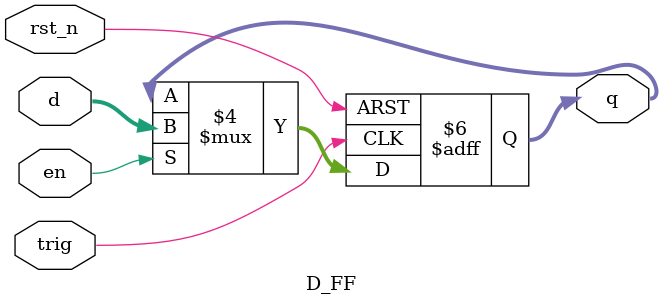
<source format=v>
module D_FF(rst_n, trig, en, d, q);
input rst_n, trig, en;
input [31:0] d;
output reg [31:0] q;
always @(negedge rst_n or posedge trig)
begin
	if (~rst_n)
		q <= 32'b0;
	else
	begin
		if (en)
			q <= d;
		else
			q <= q;
	end
end
endmodule
</source>
